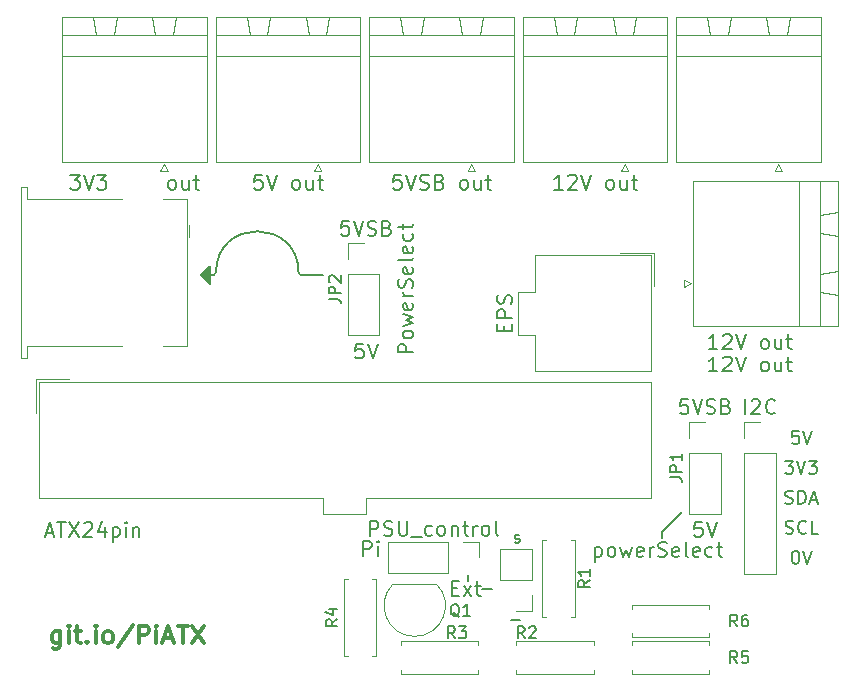
<source format=gbr>
G04 #@! TF.GenerationSoftware,KiCad,Pcbnew,(5.0.1-dev-70-gb7b125d83)*
G04 #@! TF.CreationDate,2019-04-03T20:15:17+02:00*
G04 #@! TF.ProjectId,ATX-breakout,4154582D627265616B6F75742E6B6963,rev?*
G04 #@! TF.SameCoordinates,Original*
G04 #@! TF.FileFunction,Legend,Top*
G04 #@! TF.FilePolarity,Positive*
%FSLAX46Y46*%
G04 Gerber Fmt 4.6, Leading zero omitted, Abs format (unit mm)*
G04 Created by KiCad (PCBNEW (5.0.1-dev-70-gb7b125d83)) date 04/03/19 20:15:17*
%MOMM*%
%LPD*%
G01*
G04 APERTURE LIST*
%ADD10C,0.300000*%
%ADD11C,0.200000*%
%ADD12C,0.180000*%
%ADD13C,0.150000*%
%ADD14C,0.120000*%
G04 APERTURE END LIST*
D10*
X2321428Y-48678571D02*
X2321428Y-49892857D01*
X2250000Y-50035714D01*
X2178571Y-50107142D01*
X2035714Y-50178571D01*
X1821428Y-50178571D01*
X1678571Y-50107142D01*
X2321428Y-49607142D02*
X2178571Y-49678571D01*
X1892857Y-49678571D01*
X1750000Y-49607142D01*
X1678571Y-49535714D01*
X1607142Y-49392857D01*
X1607142Y-48964285D01*
X1678571Y-48821428D01*
X1750000Y-48750000D01*
X1892857Y-48678571D01*
X2178571Y-48678571D01*
X2321428Y-48750000D01*
X3035714Y-49678571D02*
X3035714Y-48678571D01*
X3035714Y-48178571D02*
X2964285Y-48250000D01*
X3035714Y-48321428D01*
X3107142Y-48250000D01*
X3035714Y-48178571D01*
X3035714Y-48321428D01*
X3535714Y-48678571D02*
X4107142Y-48678571D01*
X3750000Y-48178571D02*
X3750000Y-49464285D01*
X3821428Y-49607142D01*
X3964285Y-49678571D01*
X4107142Y-49678571D01*
X4607142Y-49535714D02*
X4678571Y-49607142D01*
X4607142Y-49678571D01*
X4535714Y-49607142D01*
X4607142Y-49535714D01*
X4607142Y-49678571D01*
X5321428Y-49678571D02*
X5321428Y-48678571D01*
X5321428Y-48178571D02*
X5250000Y-48250000D01*
X5321428Y-48321428D01*
X5392857Y-48250000D01*
X5321428Y-48178571D01*
X5321428Y-48321428D01*
X6250000Y-49678571D02*
X6107142Y-49607142D01*
X6035714Y-49535714D01*
X5964285Y-49392857D01*
X5964285Y-48964285D01*
X6035714Y-48821428D01*
X6107142Y-48750000D01*
X6250000Y-48678571D01*
X6464285Y-48678571D01*
X6607142Y-48750000D01*
X6678571Y-48821428D01*
X6750000Y-48964285D01*
X6750000Y-49392857D01*
X6678571Y-49535714D01*
X6607142Y-49607142D01*
X6464285Y-49678571D01*
X6250000Y-49678571D01*
X8464285Y-48107142D02*
X7178571Y-50035714D01*
X8964285Y-49678571D02*
X8964285Y-48178571D01*
X9535714Y-48178571D01*
X9678571Y-48250000D01*
X9750000Y-48321428D01*
X9821428Y-48464285D01*
X9821428Y-48678571D01*
X9750000Y-48821428D01*
X9678571Y-48892857D01*
X9535714Y-48964285D01*
X8964285Y-48964285D01*
X10464285Y-49678571D02*
X10464285Y-48678571D01*
X10464285Y-48178571D02*
X10392857Y-48250000D01*
X10464285Y-48321428D01*
X10535714Y-48250000D01*
X10464285Y-48178571D01*
X10464285Y-48321428D01*
X11107142Y-49250000D02*
X11821428Y-49250000D01*
X10964285Y-49678571D02*
X11464285Y-48178571D01*
X11964285Y-49678571D01*
X12250000Y-48178571D02*
X13107142Y-48178571D01*
X12678571Y-49678571D02*
X12678571Y-48178571D01*
X13464285Y-48178571D02*
X14464285Y-49678571D01*
X14464285Y-48178571D02*
X13464285Y-49678571D01*
D11*
X22700000Y-18500000D02*
X24600000Y-18500000D01*
X22700000Y-18500000D02*
G75*
G02X22500000Y-18300000I0J200000D01*
G01*
X15500000Y-18300000D02*
G75*
G02X22500000Y-18300000I3500000J0D01*
G01*
X15500000Y-18300000D02*
G75*
G02X15300000Y-18500000I-200000J0D01*
G01*
X15000000Y-18500000D02*
X15300000Y-18500000D01*
X14400000Y-18400000D02*
X14400000Y-18500000D01*
X14500000Y-18600000D02*
X14500000Y-18400000D01*
X14600000Y-18300000D02*
X14600000Y-18700000D01*
X14700000Y-18800000D02*
X14700000Y-18200000D01*
X14800000Y-18100000D02*
X14800000Y-18900000D01*
X14900000Y-19000000D02*
X14900000Y-18000000D01*
X15000000Y-19250000D02*
X14250000Y-18500000D01*
X15000000Y-17750000D02*
X15000000Y-19250000D01*
X14250000Y-18500000D02*
X15000000Y-17750000D01*
D12*
X64524190Y-41857619D02*
X64628952Y-41857619D01*
X64733714Y-41910000D01*
X64786095Y-41962380D01*
X64838476Y-42067142D01*
X64890857Y-42276666D01*
X64890857Y-42538571D01*
X64838476Y-42748095D01*
X64786095Y-42852857D01*
X64733714Y-42905238D01*
X64628952Y-42957619D01*
X64524190Y-42957619D01*
X64419428Y-42905238D01*
X64367047Y-42852857D01*
X64314666Y-42748095D01*
X64262285Y-42538571D01*
X64262285Y-42276666D01*
X64314666Y-42067142D01*
X64367047Y-41962380D01*
X64419428Y-41910000D01*
X64524190Y-41857619D01*
X65205142Y-41857619D02*
X65571809Y-42957619D01*
X65938476Y-41857619D01*
X63738476Y-40365238D02*
X63895619Y-40417619D01*
X64157523Y-40417619D01*
X64262285Y-40365238D01*
X64314666Y-40312857D01*
X64367047Y-40208095D01*
X64367047Y-40103333D01*
X64314666Y-39998571D01*
X64262285Y-39946190D01*
X64157523Y-39893809D01*
X63948000Y-39841428D01*
X63843238Y-39789047D01*
X63790857Y-39736666D01*
X63738476Y-39631904D01*
X63738476Y-39527142D01*
X63790857Y-39422380D01*
X63843238Y-39370000D01*
X63948000Y-39317619D01*
X64209904Y-39317619D01*
X64367047Y-39370000D01*
X65467047Y-40312857D02*
X65414666Y-40365238D01*
X65257523Y-40417619D01*
X65152761Y-40417619D01*
X64995619Y-40365238D01*
X64890857Y-40260476D01*
X64838476Y-40155714D01*
X64786095Y-39946190D01*
X64786095Y-39789047D01*
X64838476Y-39579523D01*
X64890857Y-39474761D01*
X64995619Y-39370000D01*
X65152761Y-39317619D01*
X65257523Y-39317619D01*
X65414666Y-39370000D01*
X65467047Y-39422380D01*
X66462285Y-40417619D02*
X65938476Y-40417619D01*
X65938476Y-39317619D01*
X63712285Y-37825238D02*
X63869428Y-37877619D01*
X64131333Y-37877619D01*
X64236095Y-37825238D01*
X64288476Y-37772857D01*
X64340857Y-37668095D01*
X64340857Y-37563333D01*
X64288476Y-37458571D01*
X64236095Y-37406190D01*
X64131333Y-37353809D01*
X63921809Y-37301428D01*
X63817047Y-37249047D01*
X63764666Y-37196666D01*
X63712285Y-37091904D01*
X63712285Y-36987142D01*
X63764666Y-36882380D01*
X63817047Y-36830000D01*
X63921809Y-36777619D01*
X64183714Y-36777619D01*
X64340857Y-36830000D01*
X64812285Y-37877619D02*
X64812285Y-36777619D01*
X65074190Y-36777619D01*
X65231333Y-36830000D01*
X65336095Y-36934761D01*
X65388476Y-37039523D01*
X65440857Y-37249047D01*
X65440857Y-37406190D01*
X65388476Y-37615714D01*
X65336095Y-37720476D01*
X65231333Y-37825238D01*
X65074190Y-37877619D01*
X64812285Y-37877619D01*
X65859904Y-37563333D02*
X66383714Y-37563333D01*
X65755142Y-37877619D02*
X66121809Y-36777619D01*
X66488476Y-37877619D01*
X63686095Y-34237619D02*
X64367047Y-34237619D01*
X64000380Y-34656666D01*
X64157523Y-34656666D01*
X64262285Y-34709047D01*
X64314666Y-34761428D01*
X64367047Y-34866190D01*
X64367047Y-35128095D01*
X64314666Y-35232857D01*
X64262285Y-35285238D01*
X64157523Y-35337619D01*
X63843238Y-35337619D01*
X63738476Y-35285238D01*
X63686095Y-35232857D01*
X64681333Y-34237619D02*
X65048000Y-35337619D01*
X65414666Y-34237619D01*
X65676571Y-34237619D02*
X66357523Y-34237619D01*
X65990857Y-34656666D01*
X66148000Y-34656666D01*
X66252761Y-34709047D01*
X66305142Y-34761428D01*
X66357523Y-34866190D01*
X66357523Y-35128095D01*
X66305142Y-35232857D01*
X66252761Y-35285238D01*
X66148000Y-35337619D01*
X65833714Y-35337619D01*
X65728952Y-35285238D01*
X65676571Y-35232857D01*
X64838476Y-31697619D02*
X64314666Y-31697619D01*
X64262285Y-32221428D01*
X64314666Y-32169047D01*
X64419428Y-32116666D01*
X64681333Y-32116666D01*
X64786095Y-32169047D01*
X64838476Y-32221428D01*
X64890857Y-32326190D01*
X64890857Y-32588095D01*
X64838476Y-32692857D01*
X64786095Y-32745238D01*
X64681333Y-32797619D01*
X64419428Y-32797619D01*
X64314666Y-32745238D01*
X64262285Y-32692857D01*
X65205142Y-31697619D02*
X65571809Y-32797619D01*
X65938476Y-31697619D01*
D11*
X53300000Y-40300000D02*
X55000000Y-38600000D01*
X53300000Y-40800000D02*
X53300000Y-40300000D01*
X3183333Y-10015476D02*
X3957142Y-10015476D01*
X3540476Y-10491666D01*
X3719047Y-10491666D01*
X3838095Y-10551190D01*
X3897619Y-10610714D01*
X3957142Y-10729761D01*
X3957142Y-11027380D01*
X3897619Y-11146428D01*
X3838095Y-11205952D01*
X3719047Y-11265476D01*
X3361904Y-11265476D01*
X3242857Y-11205952D01*
X3183333Y-11146428D01*
X4314285Y-10015476D02*
X4730952Y-11265476D01*
X5147619Y-10015476D01*
X5445238Y-10015476D02*
X6219047Y-10015476D01*
X5802380Y-10491666D01*
X5980952Y-10491666D01*
X6100000Y-10551190D01*
X6159523Y-10610714D01*
X6219047Y-10729761D01*
X6219047Y-11027380D01*
X6159523Y-11146428D01*
X6100000Y-11205952D01*
X5980952Y-11265476D01*
X5623809Y-11265476D01*
X5504761Y-11205952D01*
X5445238Y-11146428D01*
X11695238Y-11265476D02*
X11576190Y-11205952D01*
X11516666Y-11146428D01*
X11457142Y-11027380D01*
X11457142Y-10670238D01*
X11516666Y-10551190D01*
X11576190Y-10491666D01*
X11695238Y-10432142D01*
X11873809Y-10432142D01*
X11992857Y-10491666D01*
X12052380Y-10551190D01*
X12111904Y-10670238D01*
X12111904Y-11027380D01*
X12052380Y-11146428D01*
X11992857Y-11205952D01*
X11873809Y-11265476D01*
X11695238Y-11265476D01*
X13183333Y-10432142D02*
X13183333Y-11265476D01*
X12647619Y-10432142D02*
X12647619Y-11086904D01*
X12707142Y-11205952D01*
X12826190Y-11265476D01*
X13004761Y-11265476D01*
X13123809Y-11205952D01*
X13183333Y-11146428D01*
X13600000Y-10432142D02*
X14076190Y-10432142D01*
X13778571Y-10015476D02*
X13778571Y-11086904D01*
X13838095Y-11205952D01*
X13957142Y-11265476D01*
X14076190Y-11265476D01*
X36800000Y-44400000D02*
X36800000Y-43900000D01*
X38000000Y-45100000D02*
X38900000Y-45100000D01*
D13*
X40519047Y-47671428D02*
X41280952Y-47671428D01*
X40785714Y-41104761D02*
X40880952Y-41152380D01*
X41071428Y-41152380D01*
X41166666Y-41104761D01*
X41214285Y-41009523D01*
X41214285Y-40961904D01*
X41166666Y-40866666D01*
X41071428Y-40819047D01*
X40928571Y-40819047D01*
X40833333Y-40771428D01*
X40785714Y-40676190D01*
X40785714Y-40628571D01*
X40833333Y-40533333D01*
X40928571Y-40485714D01*
X41071428Y-40485714D01*
X41166666Y-40533333D01*
D11*
X35469047Y-45010714D02*
X35885714Y-45010714D01*
X36064285Y-45665476D02*
X35469047Y-45665476D01*
X35469047Y-44415476D01*
X36064285Y-44415476D01*
X36480952Y-45665476D02*
X37135714Y-44832142D01*
X36480952Y-44832142D02*
X37135714Y-45665476D01*
X37433333Y-44832142D02*
X37909523Y-44832142D01*
X37611904Y-44415476D02*
X37611904Y-45486904D01*
X37671428Y-45605952D01*
X37790476Y-45665476D01*
X37909523Y-45665476D01*
X27975000Y-42265476D02*
X27975000Y-41015476D01*
X28451190Y-41015476D01*
X28570238Y-41075000D01*
X28629761Y-41134523D01*
X28689285Y-41253571D01*
X28689285Y-41432142D01*
X28629761Y-41551190D01*
X28570238Y-41610714D01*
X28451190Y-41670238D01*
X27975000Y-41670238D01*
X29225000Y-42265476D02*
X29225000Y-41432142D01*
X29225000Y-41015476D02*
X29165476Y-41075000D01*
X29225000Y-41134523D01*
X29284523Y-41075000D01*
X29225000Y-41015476D01*
X29225000Y-41134523D01*
X26741666Y-13915476D02*
X26146428Y-13915476D01*
X26086904Y-14510714D01*
X26146428Y-14451190D01*
X26265476Y-14391666D01*
X26563095Y-14391666D01*
X26682142Y-14451190D01*
X26741666Y-14510714D01*
X26801190Y-14629761D01*
X26801190Y-14927380D01*
X26741666Y-15046428D01*
X26682142Y-15105952D01*
X26563095Y-15165476D01*
X26265476Y-15165476D01*
X26146428Y-15105952D01*
X26086904Y-15046428D01*
X27158333Y-13915476D02*
X27575000Y-15165476D01*
X27991666Y-13915476D01*
X28348809Y-15105952D02*
X28527380Y-15165476D01*
X28825000Y-15165476D01*
X28944047Y-15105952D01*
X29003571Y-15046428D01*
X29063095Y-14927380D01*
X29063095Y-14808333D01*
X29003571Y-14689285D01*
X28944047Y-14629761D01*
X28825000Y-14570238D01*
X28586904Y-14510714D01*
X28467857Y-14451190D01*
X28408333Y-14391666D01*
X28348809Y-14272619D01*
X28348809Y-14153571D01*
X28408333Y-14034523D01*
X28467857Y-13975000D01*
X28586904Y-13915476D01*
X28884523Y-13915476D01*
X29063095Y-13975000D01*
X30015476Y-14510714D02*
X30194047Y-14570238D01*
X30253571Y-14629761D01*
X30313095Y-14748809D01*
X30313095Y-14927380D01*
X30253571Y-15046428D01*
X30194047Y-15105952D01*
X30075000Y-15165476D01*
X29598809Y-15165476D01*
X29598809Y-13915476D01*
X30015476Y-13915476D01*
X30134523Y-13975000D01*
X30194047Y-14034523D01*
X30253571Y-14153571D01*
X30253571Y-14272619D01*
X30194047Y-14391666D01*
X30134523Y-14451190D01*
X30015476Y-14510714D01*
X29598809Y-14510714D01*
X27961904Y-24315476D02*
X27366666Y-24315476D01*
X27307142Y-24910714D01*
X27366666Y-24851190D01*
X27485714Y-24791666D01*
X27783333Y-24791666D01*
X27902380Y-24851190D01*
X27961904Y-24910714D01*
X28021428Y-25029761D01*
X28021428Y-25327380D01*
X27961904Y-25446428D01*
X27902380Y-25505952D01*
X27783333Y-25565476D01*
X27485714Y-25565476D01*
X27366666Y-25505952D01*
X27307142Y-25446428D01*
X28378571Y-24315476D02*
X28795238Y-25565476D01*
X29211904Y-24315476D01*
X32165476Y-25057142D02*
X30915476Y-25057142D01*
X30915476Y-24580952D01*
X30975000Y-24461904D01*
X31034523Y-24402380D01*
X31153571Y-24342857D01*
X31332142Y-24342857D01*
X31451190Y-24402380D01*
X31510714Y-24461904D01*
X31570238Y-24580952D01*
X31570238Y-25057142D01*
X32165476Y-23628571D02*
X32105952Y-23747619D01*
X32046428Y-23807142D01*
X31927380Y-23866666D01*
X31570238Y-23866666D01*
X31451190Y-23807142D01*
X31391666Y-23747619D01*
X31332142Y-23628571D01*
X31332142Y-23450000D01*
X31391666Y-23330952D01*
X31451190Y-23271428D01*
X31570238Y-23211904D01*
X31927380Y-23211904D01*
X32046428Y-23271428D01*
X32105952Y-23330952D01*
X32165476Y-23450000D01*
X32165476Y-23628571D01*
X31332142Y-22795238D02*
X32165476Y-22557142D01*
X31570238Y-22319047D01*
X32165476Y-22080952D01*
X31332142Y-21842857D01*
X32105952Y-20890476D02*
X32165476Y-21009523D01*
X32165476Y-21247619D01*
X32105952Y-21366666D01*
X31986904Y-21426190D01*
X31510714Y-21426190D01*
X31391666Y-21366666D01*
X31332142Y-21247619D01*
X31332142Y-21009523D01*
X31391666Y-20890476D01*
X31510714Y-20830952D01*
X31629761Y-20830952D01*
X31748809Y-21426190D01*
X32165476Y-20295238D02*
X31332142Y-20295238D01*
X31570238Y-20295238D02*
X31451190Y-20235714D01*
X31391666Y-20176190D01*
X31332142Y-20057142D01*
X31332142Y-19938095D01*
X32105952Y-19580952D02*
X32165476Y-19402380D01*
X32165476Y-19104761D01*
X32105952Y-18985714D01*
X32046428Y-18926190D01*
X31927380Y-18866666D01*
X31808333Y-18866666D01*
X31689285Y-18926190D01*
X31629761Y-18985714D01*
X31570238Y-19104761D01*
X31510714Y-19342857D01*
X31451190Y-19461904D01*
X31391666Y-19521428D01*
X31272619Y-19580952D01*
X31153571Y-19580952D01*
X31034523Y-19521428D01*
X30975000Y-19461904D01*
X30915476Y-19342857D01*
X30915476Y-19045238D01*
X30975000Y-18866666D01*
X32105952Y-17854761D02*
X32165476Y-17973809D01*
X32165476Y-18211904D01*
X32105952Y-18330952D01*
X31986904Y-18390476D01*
X31510714Y-18390476D01*
X31391666Y-18330952D01*
X31332142Y-18211904D01*
X31332142Y-17973809D01*
X31391666Y-17854761D01*
X31510714Y-17795238D01*
X31629761Y-17795238D01*
X31748809Y-18390476D01*
X32165476Y-17080952D02*
X32105952Y-17200000D01*
X31986904Y-17259523D01*
X30915476Y-17259523D01*
X32105952Y-16128571D02*
X32165476Y-16247619D01*
X32165476Y-16485714D01*
X32105952Y-16604761D01*
X31986904Y-16664285D01*
X31510714Y-16664285D01*
X31391666Y-16604761D01*
X31332142Y-16485714D01*
X31332142Y-16247619D01*
X31391666Y-16128571D01*
X31510714Y-16069047D01*
X31629761Y-16069047D01*
X31748809Y-16664285D01*
X32105952Y-14997619D02*
X32165476Y-15116666D01*
X32165476Y-15354761D01*
X32105952Y-15473809D01*
X32046428Y-15533333D01*
X31927380Y-15592857D01*
X31570238Y-15592857D01*
X31451190Y-15533333D01*
X31391666Y-15473809D01*
X31332142Y-15354761D01*
X31332142Y-15116666D01*
X31391666Y-14997619D01*
X31332142Y-14640476D02*
X31332142Y-14164285D01*
X30915476Y-14461904D02*
X31986904Y-14461904D01*
X32105952Y-14402380D01*
X32165476Y-14283333D01*
X32165476Y-14164285D01*
X56661904Y-39415476D02*
X56066666Y-39415476D01*
X56007142Y-40010714D01*
X56066666Y-39951190D01*
X56185714Y-39891666D01*
X56483333Y-39891666D01*
X56602380Y-39951190D01*
X56661904Y-40010714D01*
X56721428Y-40129761D01*
X56721428Y-40427380D01*
X56661904Y-40546428D01*
X56602380Y-40605952D01*
X56483333Y-40665476D01*
X56185714Y-40665476D01*
X56066666Y-40605952D01*
X56007142Y-40546428D01*
X57078571Y-39415476D02*
X57495238Y-40665476D01*
X57911904Y-39415476D01*
X55441666Y-29015476D02*
X54846428Y-29015476D01*
X54786904Y-29610714D01*
X54846428Y-29551190D01*
X54965476Y-29491666D01*
X55263095Y-29491666D01*
X55382142Y-29551190D01*
X55441666Y-29610714D01*
X55501190Y-29729761D01*
X55501190Y-30027380D01*
X55441666Y-30146428D01*
X55382142Y-30205952D01*
X55263095Y-30265476D01*
X54965476Y-30265476D01*
X54846428Y-30205952D01*
X54786904Y-30146428D01*
X55858333Y-29015476D02*
X56275000Y-30265476D01*
X56691666Y-29015476D01*
X57048809Y-30205952D02*
X57227380Y-30265476D01*
X57525000Y-30265476D01*
X57644047Y-30205952D01*
X57703571Y-30146428D01*
X57763095Y-30027380D01*
X57763095Y-29908333D01*
X57703571Y-29789285D01*
X57644047Y-29729761D01*
X57525000Y-29670238D01*
X57286904Y-29610714D01*
X57167857Y-29551190D01*
X57108333Y-29491666D01*
X57048809Y-29372619D01*
X57048809Y-29253571D01*
X57108333Y-29134523D01*
X57167857Y-29075000D01*
X57286904Y-29015476D01*
X57584523Y-29015476D01*
X57763095Y-29075000D01*
X58715476Y-29610714D02*
X58894047Y-29670238D01*
X58953571Y-29729761D01*
X59013095Y-29848809D01*
X59013095Y-30027380D01*
X58953571Y-30146428D01*
X58894047Y-30205952D01*
X58775000Y-30265476D01*
X58298809Y-30265476D01*
X58298809Y-29015476D01*
X58715476Y-29015476D01*
X58834523Y-29075000D01*
X58894047Y-29134523D01*
X58953571Y-29253571D01*
X58953571Y-29372619D01*
X58894047Y-29491666D01*
X58834523Y-29551190D01*
X58715476Y-29610714D01*
X58298809Y-29610714D01*
D14*
G04 #@! TO.C,R4*
X29070000Y-44220000D02*
X28740000Y-44220000D01*
X29070000Y-50760000D02*
X29070000Y-44220000D01*
X28740000Y-50760000D02*
X29070000Y-50760000D01*
X26330000Y-44220000D02*
X26660000Y-44220000D01*
X26330000Y-50760000D02*
X26330000Y-44220000D01*
X26660000Y-50760000D02*
X26330000Y-50760000D01*
G04 #@! TO.C,J3*
X13260000Y-14300000D02*
X13260000Y-15300000D01*
X-490000Y-11050000D02*
X-990000Y-11050000D01*
X-490000Y-12050000D02*
X-490000Y-11050000D01*
X7510000Y-12050000D02*
X-490000Y-12050000D01*
X13010000Y-12050000D02*
X11010000Y-12050000D01*
X13010000Y-24550000D02*
X13010000Y-12050000D01*
X11010000Y-24550000D02*
X13010000Y-24550000D01*
X-490000Y-24550000D02*
X7510000Y-24550000D01*
X-490000Y-25550000D02*
X-490000Y-24550000D01*
X-990000Y-25550000D02*
X-490000Y-25550000D01*
X-990000Y-11050000D02*
X-990000Y-25550000D01*
G04 #@! TO.C,J5*
X26400000Y-27540000D02*
X490000Y-27540000D01*
X490000Y-27540000D02*
X490000Y-37360000D01*
X490000Y-37360000D02*
X24590000Y-37360000D01*
X24590000Y-37360000D02*
X24590000Y-38760000D01*
X24590000Y-38760000D02*
X26400000Y-38760000D01*
X26400000Y-27540000D02*
X52310000Y-27540000D01*
X52310000Y-27540000D02*
X52310000Y-37360000D01*
X52310000Y-37360000D02*
X28210000Y-37360000D01*
X28210000Y-37360000D02*
X28210000Y-38760000D01*
X28210000Y-38760000D02*
X26400000Y-38760000D01*
X3100000Y-27300000D02*
X250000Y-27300000D01*
X250000Y-27300000D02*
X250000Y-30150000D01*
G04 #@! TO.C,J1*
X60220000Y-43790000D02*
X62880000Y-43790000D01*
X60220000Y-33570000D02*
X60220000Y-43790000D01*
X62880000Y-33570000D02*
X62880000Y-43790000D01*
X60220000Y-33570000D02*
X62880000Y-33570000D01*
X60220000Y-32300000D02*
X60220000Y-30970000D01*
X60220000Y-30970000D02*
X61550000Y-30970000D01*
G04 #@! TO.C,J2*
X52310000Y-21750000D02*
X52310000Y-16840000D01*
X52310000Y-16840000D02*
X42490000Y-16840000D01*
X42490000Y-16840000D02*
X42490000Y-19940000D01*
X42490000Y-19940000D02*
X41090000Y-19940000D01*
X41090000Y-19940000D02*
X41090000Y-21750000D01*
X52310000Y-21750000D02*
X52310000Y-26660000D01*
X52310000Y-26660000D02*
X42490000Y-26660000D01*
X42490000Y-26660000D02*
X42490000Y-23560000D01*
X42490000Y-23560000D02*
X41090000Y-23560000D01*
X41090000Y-23560000D02*
X41090000Y-21750000D01*
X52550000Y-19450000D02*
X52550000Y-16600000D01*
X52550000Y-16600000D02*
X49700000Y-16600000D01*
G04 #@! TO.C,J7*
X42230000Y-41730000D02*
X39570000Y-41730000D01*
X42230000Y-44330000D02*
X42230000Y-41730000D01*
X39570000Y-44330000D02*
X39570000Y-41730000D01*
X42230000Y-44330000D02*
X39570000Y-44330000D01*
X42230000Y-45600000D02*
X42230000Y-46930000D01*
X42230000Y-46930000D02*
X40900000Y-46930000D01*
G04 #@! TO.C,JP1*
X55570000Y-30980000D02*
X56900000Y-30980000D01*
X55570000Y-32310000D02*
X55570000Y-30980000D01*
X55570000Y-33580000D02*
X58230000Y-33580000D01*
X58230000Y-33580000D02*
X58230000Y-38720000D01*
X55570000Y-33580000D02*
X55570000Y-38720000D01*
X55570000Y-38720000D02*
X58230000Y-38720000D01*
G04 #@! TO.C,JP2*
X26670000Y-15830000D02*
X28000000Y-15830000D01*
X26670000Y-17160000D02*
X26670000Y-15830000D01*
X26670000Y-18430000D02*
X29330000Y-18430000D01*
X29330000Y-18430000D02*
X29330000Y-23570000D01*
X26670000Y-18430000D02*
X26670000Y-23570000D01*
X26670000Y-23570000D02*
X29330000Y-23570000D01*
G04 #@! TO.C,JP3*
X37770000Y-41070000D02*
X37770000Y-42400000D01*
X36440000Y-41070000D02*
X37770000Y-41070000D01*
X35170000Y-41070000D02*
X35170000Y-43730000D01*
X35170000Y-43730000D02*
X30030000Y-43730000D01*
X35170000Y-41070000D02*
X30030000Y-41070000D01*
X30030000Y-41070000D02*
X30030000Y-43730000D01*
G04 #@! TO.C,Q1*
X34130000Y-44650000D02*
X30530000Y-44650000D01*
X34168478Y-44661522D02*
G75*
G02X32330000Y-49100000I-1838478J-1838478D01*
G01*
X30491522Y-44661522D02*
G75*
G03X32330000Y-49100000I1838478J-1838478D01*
G01*
G04 #@! TO.C,J6*
X50400000Y-9710000D02*
X49800000Y-9710000D01*
X50100000Y-9110000D02*
X50400000Y-9710000D01*
X49800000Y-9710000D02*
X50100000Y-9110000D01*
X45850000Y1810000D02*
X46100000Y3310000D01*
X44350000Y1810000D02*
X45850000Y1810000D01*
X44100000Y3310000D02*
X44350000Y1810000D01*
X46100000Y3310000D02*
X44100000Y3310000D01*
X50850000Y1810000D02*
X51100000Y3310000D01*
X49350000Y1810000D02*
X50850000Y1810000D01*
X49100000Y3310000D02*
X49350000Y1810000D01*
X51100000Y3310000D02*
X49100000Y3310000D01*
X41490000Y1810000D02*
X53710000Y1810000D01*
X41490000Y10000D02*
X41490000Y1810000D01*
X53710000Y10000D02*
X41490000Y10000D01*
X53710000Y1810000D02*
X53710000Y10000D01*
X41490000Y-8910000D02*
X53710000Y-8910000D01*
X41490000Y3310000D02*
X41490000Y-8910000D01*
X53710000Y3310000D02*
X41490000Y3310000D01*
X53710000Y-8910000D02*
X53710000Y3310000D01*
G04 #@! TO.C,J8*
X27710000Y-8910000D02*
X27710000Y3310000D01*
X27710000Y3310000D02*
X15490000Y3310000D01*
X15490000Y3310000D02*
X15490000Y-8910000D01*
X15490000Y-8910000D02*
X27710000Y-8910000D01*
X27710000Y1810000D02*
X27710000Y10000D01*
X27710000Y10000D02*
X15490000Y10000D01*
X15490000Y10000D02*
X15490000Y1810000D01*
X15490000Y1810000D02*
X27710000Y1810000D01*
X25100000Y3310000D02*
X23100000Y3310000D01*
X23100000Y3310000D02*
X23350000Y1810000D01*
X23350000Y1810000D02*
X24850000Y1810000D01*
X24850000Y1810000D02*
X25100000Y3310000D01*
X20100000Y3310000D02*
X18100000Y3310000D01*
X18100000Y3310000D02*
X18350000Y1810000D01*
X18350000Y1810000D02*
X19850000Y1810000D01*
X19850000Y1810000D02*
X20100000Y3310000D01*
X23800000Y-9710000D02*
X24100000Y-9110000D01*
X24100000Y-9110000D02*
X24400000Y-9710000D01*
X24400000Y-9710000D02*
X23800000Y-9710000D01*
G04 #@! TO.C,J9*
X37400000Y-9710000D02*
X36800000Y-9710000D01*
X37100000Y-9110000D02*
X37400000Y-9710000D01*
X36800000Y-9710000D02*
X37100000Y-9110000D01*
X32850000Y1810000D02*
X33100000Y3310000D01*
X31350000Y1810000D02*
X32850000Y1810000D01*
X31100000Y3310000D02*
X31350000Y1810000D01*
X33100000Y3310000D02*
X31100000Y3310000D01*
X37850000Y1810000D02*
X38100000Y3310000D01*
X36350000Y1810000D02*
X37850000Y1810000D01*
X36100000Y3310000D02*
X36350000Y1810000D01*
X38100000Y3310000D02*
X36100000Y3310000D01*
X28490000Y1810000D02*
X40710000Y1810000D01*
X28490000Y10000D02*
X28490000Y1810000D01*
X40710000Y10000D02*
X28490000Y10000D01*
X40710000Y1810000D02*
X40710000Y10000D01*
X28490000Y-8910000D02*
X40710000Y-8910000D01*
X28490000Y3310000D02*
X28490000Y-8910000D01*
X40710000Y3310000D02*
X28490000Y3310000D01*
X40710000Y-8910000D02*
X40710000Y3310000D01*
G04 #@! TO.C,J10*
X14710000Y-8910000D02*
X14710000Y3310000D01*
X14710000Y3310000D02*
X2490000Y3310000D01*
X2490000Y3310000D02*
X2490000Y-8910000D01*
X2490000Y-8910000D02*
X14710000Y-8910000D01*
X14710000Y1810000D02*
X14710000Y10000D01*
X14710000Y10000D02*
X2490000Y10000D01*
X2490000Y10000D02*
X2490000Y1810000D01*
X2490000Y1810000D02*
X14710000Y1810000D01*
X12100000Y3310000D02*
X10100000Y3310000D01*
X10100000Y3310000D02*
X10350000Y1810000D01*
X10350000Y1810000D02*
X11850000Y1810000D01*
X11850000Y1810000D02*
X12100000Y3310000D01*
X7100000Y3310000D02*
X5100000Y3310000D01*
X5100000Y3310000D02*
X5350000Y1810000D01*
X5350000Y1810000D02*
X6850000Y1810000D01*
X6850000Y1810000D02*
X7100000Y3310000D01*
X10800000Y-9710000D02*
X11100000Y-9110000D01*
X11100000Y-9110000D02*
X11400000Y-9710000D01*
X11400000Y-9710000D02*
X10800000Y-9710000D01*
G04 #@! TO.C,J11*
X66710000Y-8910000D02*
X66710000Y3310000D01*
X66710000Y3310000D02*
X54490000Y3310000D01*
X54490000Y3310000D02*
X54490000Y-8910000D01*
X54490000Y-8910000D02*
X66710000Y-8910000D01*
X66710000Y1810000D02*
X66710000Y10000D01*
X66710000Y10000D02*
X54490000Y10000D01*
X54490000Y10000D02*
X54490000Y1810000D01*
X54490000Y1810000D02*
X66710000Y1810000D01*
X64100000Y3310000D02*
X62100000Y3310000D01*
X62100000Y3310000D02*
X62350000Y1810000D01*
X62350000Y1810000D02*
X63850000Y1810000D01*
X63850000Y1810000D02*
X64100000Y3310000D01*
X59100000Y3310000D02*
X57100000Y3310000D01*
X57100000Y3310000D02*
X57350000Y1810000D01*
X57350000Y1810000D02*
X58850000Y1810000D01*
X58850000Y1810000D02*
X59100000Y3310000D01*
X62800000Y-9710000D02*
X63100000Y-9110000D01*
X63100000Y-9110000D02*
X63400000Y-9710000D01*
X63400000Y-9710000D02*
X62800000Y-9710000D01*
G04 #@! TO.C,R1*
X43460000Y-47460000D02*
X43130000Y-47460000D01*
X43130000Y-47460000D02*
X43130000Y-40920000D01*
X43130000Y-40920000D02*
X43460000Y-40920000D01*
X45540000Y-47460000D02*
X45870000Y-47460000D01*
X45870000Y-47460000D02*
X45870000Y-40920000D01*
X45870000Y-40920000D02*
X45540000Y-40920000D01*
G04 #@! TO.C,R2*
X47480000Y-52270000D02*
X47480000Y-51940000D01*
X40940000Y-52270000D02*
X47480000Y-52270000D01*
X40940000Y-51940000D02*
X40940000Y-52270000D01*
X47480000Y-49530000D02*
X47480000Y-49860000D01*
X40940000Y-49530000D02*
X47480000Y-49530000D01*
X40940000Y-49860000D02*
X40940000Y-49530000D01*
G04 #@! TO.C,R3*
X31140000Y-49860000D02*
X31140000Y-49530000D01*
X31140000Y-49530000D02*
X37680000Y-49530000D01*
X37680000Y-49530000D02*
X37680000Y-49860000D01*
X31140000Y-51940000D02*
X31140000Y-52270000D01*
X31140000Y-52270000D02*
X37680000Y-52270000D01*
X37680000Y-52270000D02*
X37680000Y-51940000D01*
G04 #@! TO.C,R5*
X50720000Y-49860000D02*
X50720000Y-49530000D01*
X50720000Y-49530000D02*
X57260000Y-49530000D01*
X57260000Y-49530000D02*
X57260000Y-49860000D01*
X50720000Y-51940000D02*
X50720000Y-52270000D01*
X50720000Y-52270000D02*
X57260000Y-52270000D01*
X57260000Y-52270000D02*
X57260000Y-51940000D01*
G04 #@! TO.C,R6*
X50720000Y-46430000D02*
X50720000Y-46760000D01*
X57260000Y-46430000D02*
X50720000Y-46430000D01*
X57260000Y-46760000D02*
X57260000Y-46430000D01*
X50720000Y-49170000D02*
X50720000Y-48840000D01*
X57260000Y-49170000D02*
X50720000Y-49170000D01*
X57260000Y-48840000D02*
X57260000Y-49170000D01*
G04 #@! TO.C,J12*
X55920000Y-22800000D02*
X68140000Y-22800000D01*
X68140000Y-22800000D02*
X68140000Y-10580000D01*
X68140000Y-10580000D02*
X55920000Y-10580000D01*
X55920000Y-10580000D02*
X55920000Y-22800000D01*
X66640000Y-22800000D02*
X64840000Y-22800000D01*
X64840000Y-22800000D02*
X64840000Y-10580000D01*
X64840000Y-10580000D02*
X66640000Y-10580000D01*
X66640000Y-10580000D02*
X66640000Y-22800000D01*
X68140000Y-20190000D02*
X68140000Y-18190000D01*
X68140000Y-18190000D02*
X66640000Y-18440000D01*
X66640000Y-18440000D02*
X66640000Y-19940000D01*
X66640000Y-19940000D02*
X68140000Y-20190000D01*
X68140000Y-15190000D02*
X68140000Y-13190000D01*
X68140000Y-13190000D02*
X66640000Y-13440000D01*
X66640000Y-13440000D02*
X66640000Y-14940000D01*
X66640000Y-14940000D02*
X68140000Y-15190000D01*
X55120000Y-18890000D02*
X55720000Y-19190000D01*
X55720000Y-19190000D02*
X55120000Y-19490000D01*
X55120000Y-19490000D02*
X55120000Y-18890000D01*
G04 #@! TO.C,R4*
D13*
X25782380Y-47656666D02*
X25306190Y-47990000D01*
X25782380Y-48228095D02*
X24782380Y-48228095D01*
X24782380Y-47847142D01*
X24830000Y-47751904D01*
X24877619Y-47704285D01*
X24972857Y-47656666D01*
X25115714Y-47656666D01*
X25210952Y-47704285D01*
X25258571Y-47751904D01*
X25306190Y-47847142D01*
X25306190Y-48228095D01*
X25115714Y-46799523D02*
X25782380Y-46799523D01*
X24734761Y-47037619D02*
X25449047Y-47275714D01*
X25449047Y-46656666D01*
G04 #@! TO.C,J5*
D11*
X1111904Y-40308333D02*
X1707142Y-40308333D01*
X992857Y-40665476D02*
X1409523Y-39415476D01*
X1826190Y-40665476D01*
X2064285Y-39415476D02*
X2778571Y-39415476D01*
X2421428Y-40665476D02*
X2421428Y-39415476D01*
X3076190Y-39415476D02*
X3909523Y-40665476D01*
X3909523Y-39415476D02*
X3076190Y-40665476D01*
X4326190Y-39534523D02*
X4385714Y-39475000D01*
X4504761Y-39415476D01*
X4802380Y-39415476D01*
X4921428Y-39475000D01*
X4980952Y-39534523D01*
X5040476Y-39653571D01*
X5040476Y-39772619D01*
X4980952Y-39951190D01*
X4266666Y-40665476D01*
X5040476Y-40665476D01*
X6111904Y-39832142D02*
X6111904Y-40665476D01*
X5814285Y-39355952D02*
X5516666Y-40248809D01*
X6290476Y-40248809D01*
X6766666Y-39832142D02*
X6766666Y-41082142D01*
X6766666Y-39891666D02*
X6885714Y-39832142D01*
X7123809Y-39832142D01*
X7242857Y-39891666D01*
X7302380Y-39951190D01*
X7361904Y-40070238D01*
X7361904Y-40427380D01*
X7302380Y-40546428D01*
X7242857Y-40605952D01*
X7123809Y-40665476D01*
X6885714Y-40665476D01*
X6766666Y-40605952D01*
X7897619Y-40665476D02*
X7897619Y-39832142D01*
X7897619Y-39415476D02*
X7838095Y-39475000D01*
X7897619Y-39534523D01*
X7957142Y-39475000D01*
X7897619Y-39415476D01*
X7897619Y-39534523D01*
X8492857Y-39832142D02*
X8492857Y-40665476D01*
X8492857Y-39951190D02*
X8552380Y-39891666D01*
X8671428Y-39832142D01*
X8850000Y-39832142D01*
X8969047Y-39891666D01*
X9028571Y-40010714D01*
X9028571Y-40665476D01*
G04 #@! TO.C,J1*
X60329761Y-30265476D02*
X60329761Y-29015476D01*
X60865476Y-29134523D02*
X60925000Y-29075000D01*
X61044047Y-29015476D01*
X61341666Y-29015476D01*
X61460714Y-29075000D01*
X61520238Y-29134523D01*
X61579761Y-29253571D01*
X61579761Y-29372619D01*
X61520238Y-29551190D01*
X60805952Y-30265476D01*
X61579761Y-30265476D01*
X62829761Y-30146428D02*
X62770238Y-30205952D01*
X62591666Y-30265476D01*
X62472619Y-30265476D01*
X62294047Y-30205952D01*
X62175000Y-30086904D01*
X62115476Y-29967857D01*
X62055952Y-29729761D01*
X62055952Y-29551190D01*
X62115476Y-29313095D01*
X62175000Y-29194047D01*
X62294047Y-29075000D01*
X62472619Y-29015476D01*
X62591666Y-29015476D01*
X62770238Y-29075000D01*
X62829761Y-29134523D01*
G04 #@! TO.C,J2*
X39910714Y-23238095D02*
X39910714Y-22821428D01*
X40565476Y-22642857D02*
X40565476Y-23238095D01*
X39315476Y-23238095D01*
X39315476Y-22642857D01*
X40565476Y-22107142D02*
X39315476Y-22107142D01*
X39315476Y-21630952D01*
X39375000Y-21511904D01*
X39434523Y-21452380D01*
X39553571Y-21392857D01*
X39732142Y-21392857D01*
X39851190Y-21452380D01*
X39910714Y-21511904D01*
X39970238Y-21630952D01*
X39970238Y-22107142D01*
X40505952Y-20916666D02*
X40565476Y-20738095D01*
X40565476Y-20440476D01*
X40505952Y-20321428D01*
X40446428Y-20261904D01*
X40327380Y-20202380D01*
X40208333Y-20202380D01*
X40089285Y-20261904D01*
X40029761Y-20321428D01*
X39970238Y-20440476D01*
X39910714Y-20678571D01*
X39851190Y-20797619D01*
X39791666Y-20857142D01*
X39672619Y-20916666D01*
X39553571Y-20916666D01*
X39434523Y-20857142D01*
X39375000Y-20797619D01*
X39315476Y-20678571D01*
X39315476Y-20380952D01*
X39375000Y-20202380D01*
G04 #@! TO.C,JP1*
D13*
X53952380Y-35633333D02*
X54666666Y-35633333D01*
X54809523Y-35680952D01*
X54904761Y-35776190D01*
X54952380Y-35919047D01*
X54952380Y-36014285D01*
X54952380Y-35157142D02*
X53952380Y-35157142D01*
X53952380Y-34776190D01*
X54000000Y-34680952D01*
X54047619Y-34633333D01*
X54142857Y-34585714D01*
X54285714Y-34585714D01*
X54380952Y-34633333D01*
X54428571Y-34680952D01*
X54476190Y-34776190D01*
X54476190Y-35157142D01*
X54952380Y-33633333D02*
X54952380Y-34204761D01*
X54952380Y-33919047D02*
X53952380Y-33919047D01*
X54095238Y-34014285D01*
X54190476Y-34109523D01*
X54238095Y-34204761D01*
D11*
X47602380Y-41532142D02*
X47602380Y-42782142D01*
X47602380Y-41591666D02*
X47721428Y-41532142D01*
X47959523Y-41532142D01*
X48078571Y-41591666D01*
X48138095Y-41651190D01*
X48197619Y-41770238D01*
X48197619Y-42127380D01*
X48138095Y-42246428D01*
X48078571Y-42305952D01*
X47959523Y-42365476D01*
X47721428Y-42365476D01*
X47602380Y-42305952D01*
X48911904Y-42365476D02*
X48792857Y-42305952D01*
X48733333Y-42246428D01*
X48673809Y-42127380D01*
X48673809Y-41770238D01*
X48733333Y-41651190D01*
X48792857Y-41591666D01*
X48911904Y-41532142D01*
X49090476Y-41532142D01*
X49209523Y-41591666D01*
X49269047Y-41651190D01*
X49328571Y-41770238D01*
X49328571Y-42127380D01*
X49269047Y-42246428D01*
X49209523Y-42305952D01*
X49090476Y-42365476D01*
X48911904Y-42365476D01*
X49745238Y-41532142D02*
X49983333Y-42365476D01*
X50221428Y-41770238D01*
X50459523Y-42365476D01*
X50697619Y-41532142D01*
X51650000Y-42305952D02*
X51530952Y-42365476D01*
X51292857Y-42365476D01*
X51173809Y-42305952D01*
X51114285Y-42186904D01*
X51114285Y-41710714D01*
X51173809Y-41591666D01*
X51292857Y-41532142D01*
X51530952Y-41532142D01*
X51650000Y-41591666D01*
X51709523Y-41710714D01*
X51709523Y-41829761D01*
X51114285Y-41948809D01*
X52245238Y-42365476D02*
X52245238Y-41532142D01*
X52245238Y-41770238D02*
X52304761Y-41651190D01*
X52364285Y-41591666D01*
X52483333Y-41532142D01*
X52602380Y-41532142D01*
X52959523Y-42305952D02*
X53138095Y-42365476D01*
X53435714Y-42365476D01*
X53554761Y-42305952D01*
X53614285Y-42246428D01*
X53673809Y-42127380D01*
X53673809Y-42008333D01*
X53614285Y-41889285D01*
X53554761Y-41829761D01*
X53435714Y-41770238D01*
X53197619Y-41710714D01*
X53078571Y-41651190D01*
X53019047Y-41591666D01*
X52959523Y-41472619D01*
X52959523Y-41353571D01*
X53019047Y-41234523D01*
X53078571Y-41175000D01*
X53197619Y-41115476D01*
X53495238Y-41115476D01*
X53673809Y-41175000D01*
X54685714Y-42305952D02*
X54566666Y-42365476D01*
X54328571Y-42365476D01*
X54209523Y-42305952D01*
X54150000Y-42186904D01*
X54150000Y-41710714D01*
X54209523Y-41591666D01*
X54328571Y-41532142D01*
X54566666Y-41532142D01*
X54685714Y-41591666D01*
X54745238Y-41710714D01*
X54745238Y-41829761D01*
X54150000Y-41948809D01*
X55459523Y-42365476D02*
X55340476Y-42305952D01*
X55280952Y-42186904D01*
X55280952Y-41115476D01*
X56411904Y-42305952D02*
X56292857Y-42365476D01*
X56054761Y-42365476D01*
X55935714Y-42305952D01*
X55876190Y-42186904D01*
X55876190Y-41710714D01*
X55935714Y-41591666D01*
X56054761Y-41532142D01*
X56292857Y-41532142D01*
X56411904Y-41591666D01*
X56471428Y-41710714D01*
X56471428Y-41829761D01*
X55876190Y-41948809D01*
X57542857Y-42305952D02*
X57423809Y-42365476D01*
X57185714Y-42365476D01*
X57066666Y-42305952D01*
X57007142Y-42246428D01*
X56947619Y-42127380D01*
X56947619Y-41770238D01*
X57007142Y-41651190D01*
X57066666Y-41591666D01*
X57185714Y-41532142D01*
X57423809Y-41532142D01*
X57542857Y-41591666D01*
X57900000Y-41532142D02*
X58376190Y-41532142D01*
X58078571Y-41115476D02*
X58078571Y-42186904D01*
X58138095Y-42305952D01*
X58257142Y-42365476D01*
X58376190Y-42365476D01*
G04 #@! TO.C,JP2*
D13*
X25052380Y-20533333D02*
X25766666Y-20533333D01*
X25909523Y-20580952D01*
X26004761Y-20676190D01*
X26052380Y-20819047D01*
X26052380Y-20914285D01*
X26052380Y-20057142D02*
X25052380Y-20057142D01*
X25052380Y-19676190D01*
X25100000Y-19580952D01*
X25147619Y-19533333D01*
X25242857Y-19485714D01*
X25385714Y-19485714D01*
X25480952Y-19533333D01*
X25528571Y-19580952D01*
X25576190Y-19676190D01*
X25576190Y-20057142D01*
X25147619Y-19104761D02*
X25100000Y-19057142D01*
X25052380Y-18961904D01*
X25052380Y-18723809D01*
X25100000Y-18628571D01*
X25147619Y-18580952D01*
X25242857Y-18533333D01*
X25338095Y-18533333D01*
X25480952Y-18580952D01*
X26052380Y-19152380D01*
X26052380Y-18533333D01*
G04 #@! TO.C,JP3*
D11*
X28542857Y-40565476D02*
X28542857Y-39315476D01*
X29019047Y-39315476D01*
X29138095Y-39375000D01*
X29197619Y-39434523D01*
X29257142Y-39553571D01*
X29257142Y-39732142D01*
X29197619Y-39851190D01*
X29138095Y-39910714D01*
X29019047Y-39970238D01*
X28542857Y-39970238D01*
X29733333Y-40505952D02*
X29911904Y-40565476D01*
X30209523Y-40565476D01*
X30328571Y-40505952D01*
X30388095Y-40446428D01*
X30447619Y-40327380D01*
X30447619Y-40208333D01*
X30388095Y-40089285D01*
X30328571Y-40029761D01*
X30209523Y-39970238D01*
X29971428Y-39910714D01*
X29852380Y-39851190D01*
X29792857Y-39791666D01*
X29733333Y-39672619D01*
X29733333Y-39553571D01*
X29792857Y-39434523D01*
X29852380Y-39375000D01*
X29971428Y-39315476D01*
X30269047Y-39315476D01*
X30447619Y-39375000D01*
X30983333Y-39315476D02*
X30983333Y-40327380D01*
X31042857Y-40446428D01*
X31102380Y-40505952D01*
X31221428Y-40565476D01*
X31459523Y-40565476D01*
X31578571Y-40505952D01*
X31638095Y-40446428D01*
X31697619Y-40327380D01*
X31697619Y-39315476D01*
X31995238Y-40684523D02*
X32947619Y-40684523D01*
X33780952Y-40505952D02*
X33661904Y-40565476D01*
X33423809Y-40565476D01*
X33304761Y-40505952D01*
X33245238Y-40446428D01*
X33185714Y-40327380D01*
X33185714Y-39970238D01*
X33245238Y-39851190D01*
X33304761Y-39791666D01*
X33423809Y-39732142D01*
X33661904Y-39732142D01*
X33780952Y-39791666D01*
X34495238Y-40565476D02*
X34376190Y-40505952D01*
X34316666Y-40446428D01*
X34257142Y-40327380D01*
X34257142Y-39970238D01*
X34316666Y-39851190D01*
X34376190Y-39791666D01*
X34495238Y-39732142D01*
X34673809Y-39732142D01*
X34792857Y-39791666D01*
X34852380Y-39851190D01*
X34911904Y-39970238D01*
X34911904Y-40327380D01*
X34852380Y-40446428D01*
X34792857Y-40505952D01*
X34673809Y-40565476D01*
X34495238Y-40565476D01*
X35447619Y-39732142D02*
X35447619Y-40565476D01*
X35447619Y-39851190D02*
X35507142Y-39791666D01*
X35626190Y-39732142D01*
X35804761Y-39732142D01*
X35923809Y-39791666D01*
X35983333Y-39910714D01*
X35983333Y-40565476D01*
X36400000Y-39732142D02*
X36876190Y-39732142D01*
X36578571Y-39315476D02*
X36578571Y-40386904D01*
X36638095Y-40505952D01*
X36757142Y-40565476D01*
X36876190Y-40565476D01*
X37292857Y-40565476D02*
X37292857Y-39732142D01*
X37292857Y-39970238D02*
X37352380Y-39851190D01*
X37411904Y-39791666D01*
X37530952Y-39732142D01*
X37650000Y-39732142D01*
X38245238Y-40565476D02*
X38126190Y-40505952D01*
X38066666Y-40446428D01*
X38007142Y-40327380D01*
X38007142Y-39970238D01*
X38066666Y-39851190D01*
X38126190Y-39791666D01*
X38245238Y-39732142D01*
X38423809Y-39732142D01*
X38542857Y-39791666D01*
X38602380Y-39851190D01*
X38661904Y-39970238D01*
X38661904Y-40327380D01*
X38602380Y-40446428D01*
X38542857Y-40505952D01*
X38423809Y-40565476D01*
X38245238Y-40565476D01*
X39376190Y-40565476D02*
X39257142Y-40505952D01*
X39197619Y-40386904D01*
X39197619Y-39315476D01*
G04 #@! TO.C,Q1*
D13*
X36104761Y-47447619D02*
X36009523Y-47400000D01*
X35914285Y-47304761D01*
X35771428Y-47161904D01*
X35676190Y-47114285D01*
X35580952Y-47114285D01*
X35628571Y-47352380D02*
X35533333Y-47304761D01*
X35438095Y-47209523D01*
X35390476Y-47019047D01*
X35390476Y-46685714D01*
X35438095Y-46495238D01*
X35533333Y-46400000D01*
X35628571Y-46352380D01*
X35819047Y-46352380D01*
X35914285Y-46400000D01*
X36009523Y-46495238D01*
X36057142Y-46685714D01*
X36057142Y-47019047D01*
X36009523Y-47209523D01*
X35914285Y-47304761D01*
X35819047Y-47352380D01*
X35628571Y-47352380D01*
X37009523Y-47352380D02*
X36438095Y-47352380D01*
X36723809Y-47352380D02*
X36723809Y-46352380D01*
X36628571Y-46495238D01*
X36533333Y-46590476D01*
X36438095Y-46638095D01*
G04 #@! TO.C,J6*
D11*
X44861904Y-11265476D02*
X44147619Y-11265476D01*
X44504761Y-11265476D02*
X44504761Y-10015476D01*
X44385714Y-10194047D01*
X44266666Y-10313095D01*
X44147619Y-10372619D01*
X45338095Y-10134523D02*
X45397619Y-10075000D01*
X45516666Y-10015476D01*
X45814285Y-10015476D01*
X45933333Y-10075000D01*
X45992857Y-10134523D01*
X46052380Y-10253571D01*
X46052380Y-10372619D01*
X45992857Y-10551190D01*
X45278571Y-11265476D01*
X46052380Y-11265476D01*
X46409523Y-10015476D02*
X46826190Y-11265476D01*
X47242857Y-10015476D01*
X48790476Y-11265476D02*
X48671428Y-11205952D01*
X48611904Y-11146428D01*
X48552380Y-11027380D01*
X48552380Y-10670238D01*
X48611904Y-10551190D01*
X48671428Y-10491666D01*
X48790476Y-10432142D01*
X48969047Y-10432142D01*
X49088095Y-10491666D01*
X49147619Y-10551190D01*
X49207142Y-10670238D01*
X49207142Y-11027380D01*
X49147619Y-11146428D01*
X49088095Y-11205952D01*
X48969047Y-11265476D01*
X48790476Y-11265476D01*
X50278571Y-10432142D02*
X50278571Y-11265476D01*
X49742857Y-10432142D02*
X49742857Y-11086904D01*
X49802380Y-11205952D01*
X49921428Y-11265476D01*
X50099999Y-11265476D01*
X50219047Y-11205952D01*
X50278571Y-11146428D01*
X50695238Y-10432142D02*
X51171428Y-10432142D01*
X50873809Y-10015476D02*
X50873809Y-11086904D01*
X50933333Y-11205952D01*
X51052380Y-11265476D01*
X51171428Y-11265476D01*
G04 #@! TO.C,J8*
X19397619Y-10015476D02*
X18802380Y-10015476D01*
X18742857Y-10610714D01*
X18802380Y-10551190D01*
X18921428Y-10491666D01*
X19219047Y-10491666D01*
X19338095Y-10551190D01*
X19397619Y-10610714D01*
X19457142Y-10729761D01*
X19457142Y-11027380D01*
X19397619Y-11146428D01*
X19338095Y-11205952D01*
X19219047Y-11265476D01*
X18921428Y-11265476D01*
X18802380Y-11205952D01*
X18742857Y-11146428D01*
X19814285Y-10015476D02*
X20230952Y-11265476D01*
X20647619Y-10015476D01*
X22195238Y-11265476D02*
X22076190Y-11205952D01*
X22016666Y-11146428D01*
X21957142Y-11027380D01*
X21957142Y-10670238D01*
X22016666Y-10551190D01*
X22076190Y-10491666D01*
X22195238Y-10432142D01*
X22373809Y-10432142D01*
X22492857Y-10491666D01*
X22552380Y-10551190D01*
X22611904Y-10670238D01*
X22611904Y-11027380D01*
X22552380Y-11146428D01*
X22492857Y-11205952D01*
X22373809Y-11265476D01*
X22195238Y-11265476D01*
X23683333Y-10432142D02*
X23683333Y-11265476D01*
X23147619Y-10432142D02*
X23147619Y-11086904D01*
X23207142Y-11205952D01*
X23326190Y-11265476D01*
X23504761Y-11265476D01*
X23623809Y-11205952D01*
X23683333Y-11146428D01*
X24100000Y-10432142D02*
X24576190Y-10432142D01*
X24278571Y-10015476D02*
X24278571Y-11086904D01*
X24338095Y-11205952D01*
X24457142Y-11265476D01*
X24576190Y-11265476D01*
G04 #@! TO.C,J9*
X31177380Y-10015476D02*
X30582142Y-10015476D01*
X30522619Y-10610714D01*
X30582142Y-10551190D01*
X30701190Y-10491666D01*
X30998809Y-10491666D01*
X31117857Y-10551190D01*
X31177380Y-10610714D01*
X31236904Y-10729761D01*
X31236904Y-11027380D01*
X31177380Y-11146428D01*
X31117857Y-11205952D01*
X30998809Y-11265476D01*
X30701190Y-11265476D01*
X30582142Y-11205952D01*
X30522619Y-11146428D01*
X31594047Y-10015476D02*
X32010714Y-11265476D01*
X32427380Y-10015476D01*
X32784523Y-11205952D02*
X32963095Y-11265476D01*
X33260714Y-11265476D01*
X33379761Y-11205952D01*
X33439285Y-11146428D01*
X33498809Y-11027380D01*
X33498809Y-10908333D01*
X33439285Y-10789285D01*
X33379761Y-10729761D01*
X33260714Y-10670238D01*
X33022619Y-10610714D01*
X32903571Y-10551190D01*
X32844047Y-10491666D01*
X32784523Y-10372619D01*
X32784523Y-10253571D01*
X32844047Y-10134523D01*
X32903571Y-10075000D01*
X33022619Y-10015476D01*
X33320238Y-10015476D01*
X33498809Y-10075000D01*
X34451190Y-10610714D02*
X34629761Y-10670238D01*
X34689285Y-10729761D01*
X34748809Y-10848809D01*
X34748809Y-11027380D01*
X34689285Y-11146428D01*
X34629761Y-11205952D01*
X34510714Y-11265476D01*
X34034523Y-11265476D01*
X34034523Y-10015476D01*
X34451190Y-10015476D01*
X34570238Y-10075000D01*
X34629761Y-10134523D01*
X34689285Y-10253571D01*
X34689285Y-10372619D01*
X34629761Y-10491666D01*
X34570238Y-10551190D01*
X34451190Y-10610714D01*
X34034523Y-10610714D01*
X36415476Y-11265476D02*
X36296428Y-11205952D01*
X36236904Y-11146428D01*
X36177380Y-11027380D01*
X36177380Y-10670238D01*
X36236904Y-10551190D01*
X36296428Y-10491666D01*
X36415476Y-10432142D01*
X36594047Y-10432142D01*
X36713095Y-10491666D01*
X36772619Y-10551190D01*
X36832142Y-10670238D01*
X36832142Y-11027380D01*
X36772619Y-11146428D01*
X36713095Y-11205952D01*
X36594047Y-11265476D01*
X36415476Y-11265476D01*
X37903571Y-10432142D02*
X37903571Y-11265476D01*
X37367857Y-10432142D02*
X37367857Y-11086904D01*
X37427380Y-11205952D01*
X37546428Y-11265476D01*
X37725000Y-11265476D01*
X37844047Y-11205952D01*
X37903571Y-11146428D01*
X38320238Y-10432142D02*
X38796428Y-10432142D01*
X38498809Y-10015476D02*
X38498809Y-11086904D01*
X38558333Y-11205952D01*
X38677380Y-11265476D01*
X38796428Y-11265476D01*
G04 #@! TO.C,J11*
X57961904Y-24765476D02*
X57247619Y-24765476D01*
X57604761Y-24765476D02*
X57604761Y-23515476D01*
X57485714Y-23694047D01*
X57366666Y-23813095D01*
X57247619Y-23872619D01*
X58438095Y-23634523D02*
X58497619Y-23575000D01*
X58616666Y-23515476D01*
X58914285Y-23515476D01*
X59033333Y-23575000D01*
X59092857Y-23634523D01*
X59152380Y-23753571D01*
X59152380Y-23872619D01*
X59092857Y-24051190D01*
X58378571Y-24765476D01*
X59152380Y-24765476D01*
X59509523Y-23515476D02*
X59926190Y-24765476D01*
X60342857Y-23515476D01*
X61890476Y-24765476D02*
X61771428Y-24705952D01*
X61711904Y-24646428D01*
X61652380Y-24527380D01*
X61652380Y-24170238D01*
X61711904Y-24051190D01*
X61771428Y-23991666D01*
X61890476Y-23932142D01*
X62069047Y-23932142D01*
X62188095Y-23991666D01*
X62247619Y-24051190D01*
X62307142Y-24170238D01*
X62307142Y-24527380D01*
X62247619Y-24646428D01*
X62188095Y-24705952D01*
X62069047Y-24765476D01*
X61890476Y-24765476D01*
X63378571Y-23932142D02*
X63378571Y-24765476D01*
X62842857Y-23932142D02*
X62842857Y-24586904D01*
X62902380Y-24705952D01*
X63021428Y-24765476D01*
X63199999Y-24765476D01*
X63319047Y-24705952D01*
X63378571Y-24646428D01*
X63795238Y-23932142D02*
X64271428Y-23932142D01*
X63973809Y-23515476D02*
X63973809Y-24586904D01*
X64033333Y-24705952D01*
X64152380Y-24765476D01*
X64271428Y-24765476D01*
G04 #@! TO.C,R1*
D13*
X47152380Y-44356666D02*
X46676190Y-44690000D01*
X47152380Y-44928095D02*
X46152380Y-44928095D01*
X46152380Y-44547142D01*
X46200000Y-44451904D01*
X46247619Y-44404285D01*
X46342857Y-44356666D01*
X46485714Y-44356666D01*
X46580952Y-44404285D01*
X46628571Y-44451904D01*
X46676190Y-44547142D01*
X46676190Y-44928095D01*
X47152380Y-43404285D02*
X47152380Y-43975714D01*
X47152380Y-43690000D02*
X46152380Y-43690000D01*
X46295238Y-43785238D01*
X46390476Y-43880476D01*
X46438095Y-43975714D01*
G04 #@! TO.C,R2*
X41633333Y-49252380D02*
X41300000Y-48776190D01*
X41061904Y-49252380D02*
X41061904Y-48252380D01*
X41442857Y-48252380D01*
X41538095Y-48300000D01*
X41585714Y-48347619D01*
X41633333Y-48442857D01*
X41633333Y-48585714D01*
X41585714Y-48680952D01*
X41538095Y-48728571D01*
X41442857Y-48776190D01*
X41061904Y-48776190D01*
X42014285Y-48347619D02*
X42061904Y-48300000D01*
X42157142Y-48252380D01*
X42395238Y-48252380D01*
X42490476Y-48300000D01*
X42538095Y-48347619D01*
X42585714Y-48442857D01*
X42585714Y-48538095D01*
X42538095Y-48680952D01*
X41966666Y-49252380D01*
X42585714Y-49252380D01*
G04 #@! TO.C,R3*
X35733333Y-49252380D02*
X35400000Y-48776190D01*
X35161904Y-49252380D02*
X35161904Y-48252380D01*
X35542857Y-48252380D01*
X35638095Y-48300000D01*
X35685714Y-48347619D01*
X35733333Y-48442857D01*
X35733333Y-48585714D01*
X35685714Y-48680952D01*
X35638095Y-48728571D01*
X35542857Y-48776190D01*
X35161904Y-48776190D01*
X36066666Y-48252380D02*
X36685714Y-48252380D01*
X36352380Y-48633333D01*
X36495238Y-48633333D01*
X36590476Y-48680952D01*
X36638095Y-48728571D01*
X36685714Y-48823809D01*
X36685714Y-49061904D01*
X36638095Y-49157142D01*
X36590476Y-49204761D01*
X36495238Y-49252380D01*
X36209523Y-49252380D01*
X36114285Y-49204761D01*
X36066666Y-49157142D01*
G04 #@! TO.C,R5*
X59633333Y-51352380D02*
X59300000Y-50876190D01*
X59061904Y-51352380D02*
X59061904Y-50352380D01*
X59442857Y-50352380D01*
X59538095Y-50400000D01*
X59585714Y-50447619D01*
X59633333Y-50542857D01*
X59633333Y-50685714D01*
X59585714Y-50780952D01*
X59538095Y-50828571D01*
X59442857Y-50876190D01*
X59061904Y-50876190D01*
X60538095Y-50352380D02*
X60061904Y-50352380D01*
X60014285Y-50828571D01*
X60061904Y-50780952D01*
X60157142Y-50733333D01*
X60395238Y-50733333D01*
X60490476Y-50780952D01*
X60538095Y-50828571D01*
X60585714Y-50923809D01*
X60585714Y-51161904D01*
X60538095Y-51257142D01*
X60490476Y-51304761D01*
X60395238Y-51352380D01*
X60157142Y-51352380D01*
X60061904Y-51304761D01*
X60014285Y-51257142D01*
G04 #@! TO.C,R6*
X59633333Y-48252380D02*
X59300000Y-47776190D01*
X59061904Y-48252380D02*
X59061904Y-47252380D01*
X59442857Y-47252380D01*
X59538095Y-47300000D01*
X59585714Y-47347619D01*
X59633333Y-47442857D01*
X59633333Y-47585714D01*
X59585714Y-47680952D01*
X59538095Y-47728571D01*
X59442857Y-47776190D01*
X59061904Y-47776190D01*
X60490476Y-47252380D02*
X60300000Y-47252380D01*
X60204761Y-47300000D01*
X60157142Y-47347619D01*
X60061904Y-47490476D01*
X60014285Y-47680952D01*
X60014285Y-48061904D01*
X60061904Y-48157142D01*
X60109523Y-48204761D01*
X60204761Y-48252380D01*
X60395238Y-48252380D01*
X60490476Y-48204761D01*
X60538095Y-48157142D01*
X60585714Y-48061904D01*
X60585714Y-47823809D01*
X60538095Y-47728571D01*
X60490476Y-47680952D01*
X60395238Y-47633333D01*
X60204761Y-47633333D01*
X60109523Y-47680952D01*
X60061904Y-47728571D01*
X60014285Y-47823809D01*
G04 #@! TO.C,J12*
D11*
X57961904Y-26665476D02*
X57247619Y-26665476D01*
X57604761Y-26665476D02*
X57604761Y-25415476D01*
X57485714Y-25594047D01*
X57366666Y-25713095D01*
X57247619Y-25772619D01*
X58438095Y-25534523D02*
X58497619Y-25475000D01*
X58616666Y-25415476D01*
X58914285Y-25415476D01*
X59033333Y-25475000D01*
X59092857Y-25534523D01*
X59152380Y-25653571D01*
X59152380Y-25772619D01*
X59092857Y-25951190D01*
X58378571Y-26665476D01*
X59152380Y-26665476D01*
X59509523Y-25415476D02*
X59926190Y-26665476D01*
X60342857Y-25415476D01*
X61890476Y-26665476D02*
X61771428Y-26605952D01*
X61711904Y-26546428D01*
X61652380Y-26427380D01*
X61652380Y-26070238D01*
X61711904Y-25951190D01*
X61771428Y-25891666D01*
X61890476Y-25832142D01*
X62069047Y-25832142D01*
X62188095Y-25891666D01*
X62247619Y-25951190D01*
X62307142Y-26070238D01*
X62307142Y-26427380D01*
X62247619Y-26546428D01*
X62188095Y-26605952D01*
X62069047Y-26665476D01*
X61890476Y-26665476D01*
X63378571Y-25832142D02*
X63378571Y-26665476D01*
X62842857Y-25832142D02*
X62842857Y-26486904D01*
X62902380Y-26605952D01*
X63021428Y-26665476D01*
X63199999Y-26665476D01*
X63319047Y-26605952D01*
X63378571Y-26546428D01*
X63795238Y-25832142D02*
X64271428Y-25832142D01*
X63973809Y-25415476D02*
X63973809Y-26486904D01*
X64033333Y-26605952D01*
X64152380Y-26665476D01*
X64271428Y-26665476D01*
G04 #@! TD*
M02*

</source>
